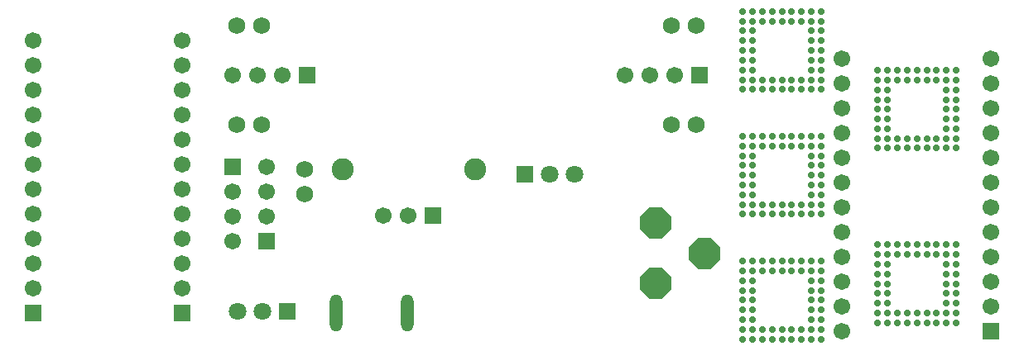
<source format=gbs>
%FSLAX23Y23*%
%MOIN*%
G70*
G01*
G75*
G04 Layer_Color=16711935*
%ADD10R,0.020X0.055*%
%ADD11R,0.037X0.067*%
%ADD12R,0.051X0.033*%
%ADD13R,0.132X0.213*%
%ADD14R,0.079X0.087*%
%ADD15C,0.025*%
%ADD16C,0.020*%
%ADD17C,0.015*%
%ADD18C,0.010*%
%ADD19C,0.005*%
%ADD20O,0.043X0.142*%
%ADD21C,0.063*%
%ADD22R,0.063X0.063*%
%ADD23P,0.128X8X112.5*%
%ADD24P,0.128X8X202.5*%
%ADD25C,0.081*%
%ADD26C,0.060*%
%ADD27C,0.059*%
%ADD28R,0.059X0.059*%
%ADD29R,0.059X0.059*%
%ADD30C,0.016*%
%ADD31C,0.024*%
%ADD32C,0.010*%
%ADD33C,0.012*%
%ADD34C,0.006*%
%ADD35C,0.008*%
%ADD36C,0.006*%
%ADD37R,0.028X0.063*%
%ADD38R,0.045X0.075*%
%ADD39R,0.059X0.041*%
%ADD40R,0.140X0.221*%
%ADD41R,0.087X0.095*%
%ADD42O,0.051X0.150*%
%ADD43C,0.071*%
%ADD44R,0.071X0.071*%
%ADD45P,0.137X8X112.5*%
%ADD46P,0.137X8X202.5*%
%ADD47C,0.089*%
%ADD48C,0.068*%
%ADD49C,0.067*%
%ADD50R,0.067X0.067*%
%ADD51R,0.067X0.067*%
%ADD52C,0.028*%
D42*
X551Y146D02*
D03*
X839D02*
D03*
D43*
X155Y150D02*
D03*
X255D02*
D03*
X1410Y705D02*
D03*
X1510D02*
D03*
D44*
X355Y150D02*
D03*
X1310Y705D02*
D03*
D45*
X1839Y265D02*
D03*
Y509D02*
D03*
D46*
X2036Y383D02*
D03*
D47*
X579Y725D02*
D03*
X1111D02*
D03*
D48*
X425Y625D02*
D03*
Y725D02*
D03*
X1900Y1305D02*
D03*
X2000D02*
D03*
Y905D02*
D03*
X1900D02*
D03*
X250Y1305D02*
D03*
X150D02*
D03*
X250Y905D02*
D03*
X150D02*
D03*
D49*
X1715Y1105D02*
D03*
X1815D02*
D03*
X1915D02*
D03*
X740Y539D02*
D03*
X840D02*
D03*
X-670Y1245D02*
D03*
Y1145D02*
D03*
Y1045D02*
D03*
Y945D02*
D03*
Y845D02*
D03*
Y745D02*
D03*
Y645D02*
D03*
Y545D02*
D03*
Y445D02*
D03*
Y345D02*
D03*
Y245D02*
D03*
X3189Y1070D02*
D03*
Y1170D02*
D03*
X2589Y1070D02*
D03*
Y970D02*
D03*
Y1170D02*
D03*
X3189Y970D02*
D03*
Y870D02*
D03*
Y670D02*
D03*
Y570D02*
D03*
Y770D02*
D03*
Y170D02*
D03*
Y270D02*
D03*
Y370D02*
D03*
Y470D02*
D03*
X2589Y670D02*
D03*
Y870D02*
D03*
Y770D02*
D03*
Y570D02*
D03*
Y470D02*
D03*
Y370D02*
D03*
Y270D02*
D03*
Y170D02*
D03*
Y70D02*
D03*
X-70Y1245D02*
D03*
Y1145D02*
D03*
Y1045D02*
D03*
Y945D02*
D03*
Y845D02*
D03*
Y745D02*
D03*
Y645D02*
D03*
Y545D02*
D03*
Y445D02*
D03*
Y345D02*
D03*
Y245D02*
D03*
X135Y1105D02*
D03*
X235D02*
D03*
X335D02*
D03*
X135Y635D02*
D03*
Y535D02*
D03*
Y435D02*
D03*
X270Y535D02*
D03*
Y635D02*
D03*
Y735D02*
D03*
D50*
X2015Y1105D02*
D03*
X940Y539D02*
D03*
X435Y1105D02*
D03*
D51*
X-670Y145D02*
D03*
X3189Y70D02*
D03*
X-70Y145D02*
D03*
X135Y735D02*
D03*
X270Y435D02*
D03*
D52*
X2504Y1125D02*
D03*
X2465D02*
D03*
X2504Y1165D02*
D03*
X2465D02*
D03*
X2504Y1204D02*
D03*
X2465D02*
D03*
X2504Y1244D02*
D03*
X2465D02*
D03*
X2504Y1283D02*
D03*
X2465D02*
D03*
X2504Y1086D02*
D03*
X2465D02*
D03*
X2426D02*
D03*
X2386D02*
D03*
X2347D02*
D03*
X2307D02*
D03*
X2268D02*
D03*
X2504Y1047D02*
D03*
X2465D02*
D03*
X2426D02*
D03*
X2386D02*
D03*
X2347D02*
D03*
X2307D02*
D03*
X2268D02*
D03*
X2229D02*
D03*
X2189D02*
D03*
X2229Y1086D02*
D03*
X2189D02*
D03*
X2229Y1125D02*
D03*
X2189D02*
D03*
X2229Y1165D02*
D03*
X2189D02*
D03*
Y1362D02*
D03*
X2229D02*
D03*
X2268D02*
D03*
X2307D02*
D03*
X2347D02*
D03*
X2386D02*
D03*
X2426D02*
D03*
X2465D02*
D03*
X2504D02*
D03*
X2189Y1322D02*
D03*
X2229D02*
D03*
X2268D02*
D03*
X2307D02*
D03*
X2347D02*
D03*
X2386D02*
D03*
X2426D02*
D03*
X2465D02*
D03*
X2504D02*
D03*
X2189Y1283D02*
D03*
X2229D02*
D03*
X2189Y1244D02*
D03*
X2229D02*
D03*
X2189Y1204D02*
D03*
X2229D02*
D03*
X2811Y1125D02*
D03*
Y1085D02*
D03*
X2851Y1125D02*
D03*
Y1085D02*
D03*
X2890Y1125D02*
D03*
Y1085D02*
D03*
X2930Y1125D02*
D03*
Y1085D02*
D03*
X2969Y1125D02*
D03*
Y1085D02*
D03*
X2772Y1125D02*
D03*
Y1085D02*
D03*
Y1046D02*
D03*
Y1006D02*
D03*
Y967D02*
D03*
Y928D02*
D03*
Y888D02*
D03*
X2733Y1125D02*
D03*
Y1085D02*
D03*
Y1046D02*
D03*
Y1006D02*
D03*
Y967D02*
D03*
Y928D02*
D03*
Y888D02*
D03*
Y849D02*
D03*
Y810D02*
D03*
X2772Y849D02*
D03*
Y810D02*
D03*
X2811Y849D02*
D03*
Y810D02*
D03*
X2851Y849D02*
D03*
Y810D02*
D03*
X3048D02*
D03*
Y849D02*
D03*
Y888D02*
D03*
Y928D02*
D03*
Y967D02*
D03*
Y1006D02*
D03*
Y1046D02*
D03*
Y1085D02*
D03*
Y1125D02*
D03*
X3008Y810D02*
D03*
Y849D02*
D03*
Y888D02*
D03*
Y928D02*
D03*
Y967D02*
D03*
Y1006D02*
D03*
Y1046D02*
D03*
Y1085D02*
D03*
Y1125D02*
D03*
X2969Y810D02*
D03*
Y849D02*
D03*
X2930Y810D02*
D03*
Y849D02*
D03*
X2890Y810D02*
D03*
Y849D02*
D03*
X2969Y105D02*
D03*
Y144D02*
D03*
X2930Y105D02*
D03*
Y144D02*
D03*
X2890Y105D02*
D03*
Y144D02*
D03*
X2851Y105D02*
D03*
Y144D02*
D03*
X2811Y105D02*
D03*
Y144D02*
D03*
X3008Y105D02*
D03*
Y144D02*
D03*
Y183D02*
D03*
Y223D02*
D03*
Y262D02*
D03*
Y301D02*
D03*
Y341D02*
D03*
X3048Y105D02*
D03*
Y144D02*
D03*
Y183D02*
D03*
Y223D02*
D03*
Y262D02*
D03*
Y301D02*
D03*
Y341D02*
D03*
Y380D02*
D03*
Y420D02*
D03*
X3008Y380D02*
D03*
Y420D02*
D03*
X2969Y380D02*
D03*
Y420D02*
D03*
X2930Y380D02*
D03*
Y420D02*
D03*
X2733D02*
D03*
Y380D02*
D03*
Y341D02*
D03*
Y301D02*
D03*
Y262D02*
D03*
Y223D02*
D03*
Y183D02*
D03*
Y144D02*
D03*
Y105D02*
D03*
X2772Y420D02*
D03*
Y380D02*
D03*
Y341D02*
D03*
Y301D02*
D03*
Y262D02*
D03*
Y223D02*
D03*
Y183D02*
D03*
Y144D02*
D03*
Y105D02*
D03*
X2811Y420D02*
D03*
Y380D02*
D03*
X2851Y420D02*
D03*
Y380D02*
D03*
X2890Y420D02*
D03*
Y380D02*
D03*
X2504Y118D02*
D03*
X2465D02*
D03*
X2504Y157D02*
D03*
X2465D02*
D03*
X2504Y197D02*
D03*
X2465D02*
D03*
X2504Y236D02*
D03*
X2465D02*
D03*
X2504Y276D02*
D03*
X2465D02*
D03*
X2504Y79D02*
D03*
X2465D02*
D03*
X2426D02*
D03*
X2386D02*
D03*
X2347D02*
D03*
X2307D02*
D03*
X2268D02*
D03*
X2504Y39D02*
D03*
X2465D02*
D03*
X2426D02*
D03*
X2386D02*
D03*
X2347D02*
D03*
X2307D02*
D03*
X2268D02*
D03*
X2229D02*
D03*
X2189D02*
D03*
X2229Y79D02*
D03*
X2189D02*
D03*
X2229Y118D02*
D03*
X2189D02*
D03*
X2229Y157D02*
D03*
X2189D02*
D03*
Y354D02*
D03*
X2229D02*
D03*
X2268D02*
D03*
X2307D02*
D03*
X2347D02*
D03*
X2386D02*
D03*
X2426D02*
D03*
X2465D02*
D03*
X2504D02*
D03*
X2189Y315D02*
D03*
X2229D02*
D03*
X2268D02*
D03*
X2307D02*
D03*
X2347D02*
D03*
X2386D02*
D03*
X2426D02*
D03*
X2465D02*
D03*
X2504D02*
D03*
X2189Y276D02*
D03*
X2229D02*
D03*
X2189Y236D02*
D03*
X2229D02*
D03*
X2189Y197D02*
D03*
X2229D02*
D03*
X2504Y622D02*
D03*
X2465D02*
D03*
X2504Y661D02*
D03*
X2465D02*
D03*
X2504Y701D02*
D03*
X2465D02*
D03*
X2504Y740D02*
D03*
X2465D02*
D03*
X2504Y779D02*
D03*
X2465D02*
D03*
X2504Y582D02*
D03*
X2465D02*
D03*
X2426D02*
D03*
X2386D02*
D03*
X2347D02*
D03*
X2307D02*
D03*
X2268D02*
D03*
X2504Y543D02*
D03*
X2465D02*
D03*
X2426D02*
D03*
X2386D02*
D03*
X2347D02*
D03*
X2307D02*
D03*
X2268D02*
D03*
X2229D02*
D03*
X2189D02*
D03*
X2229Y582D02*
D03*
X2189D02*
D03*
X2229Y622D02*
D03*
X2189D02*
D03*
X2229Y661D02*
D03*
X2189D02*
D03*
Y858D02*
D03*
X2229D02*
D03*
X2268D02*
D03*
X2307D02*
D03*
X2347D02*
D03*
X2386D02*
D03*
X2426D02*
D03*
X2465D02*
D03*
X2504D02*
D03*
X2189Y819D02*
D03*
X2229D02*
D03*
X2268D02*
D03*
X2307D02*
D03*
X2347D02*
D03*
X2386D02*
D03*
X2426D02*
D03*
X2465D02*
D03*
X2504D02*
D03*
X2189Y779D02*
D03*
X2229D02*
D03*
X2189Y740D02*
D03*
X2229D02*
D03*
X2189Y701D02*
D03*
X2229D02*
D03*
M02*

</source>
